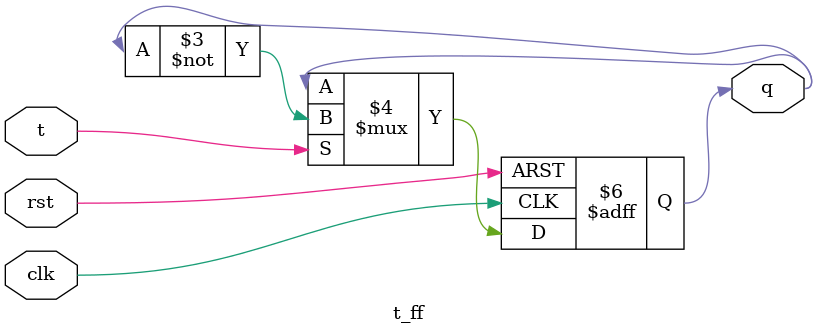
<source format=v>
module t_ff (
    input wire t, clk, rst,
    output reg q
);
    always @(posedge clk or negedge rst) begin
        if (!rst) q <= 0;
        else if (t) q <= ~q;
    end
endmodule

</source>
